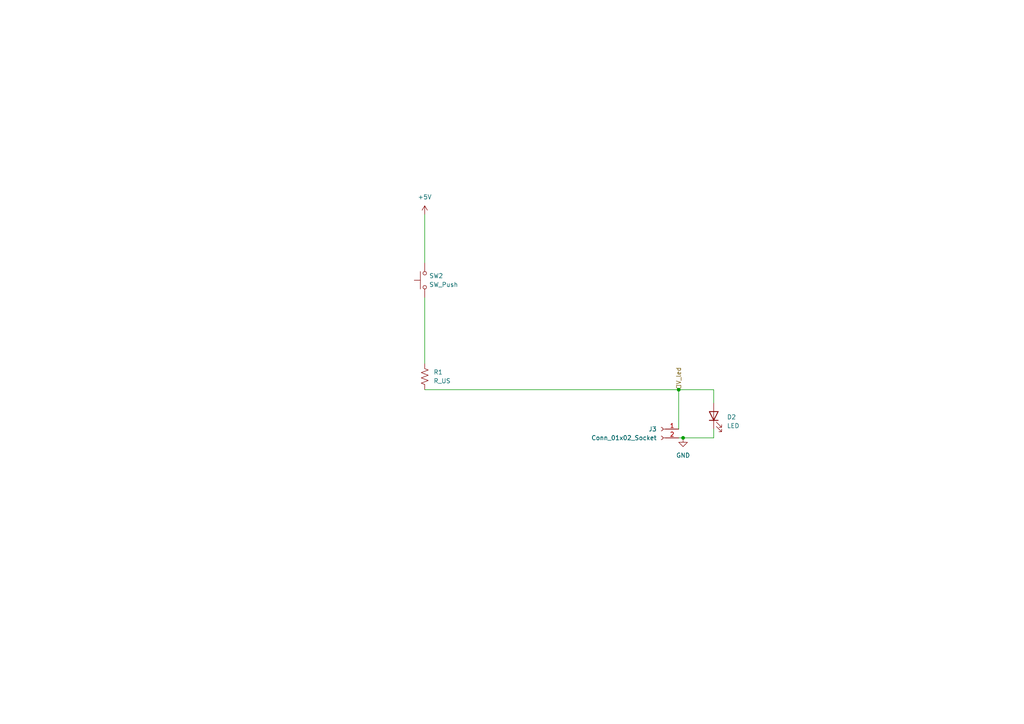
<source format=kicad_sch>
(kicad_sch (version 20230121) (generator eeschema)
  (paper "A4")
  (lib_symbols
    (symbol "Connector:Conn_01x02_Socket" (pin_names (offset 1.016) hide)
      (property "Reference" "J" (at 0 2.54 0))
      (property "Value" "Conn_01x02_Socket" (at 0 -5.08 0))
      (symbol "Conn_01x02_Socket_1_1"
        (arc (start 0 -2.032) (mid -0.5058 -2.54) (end 0 -3.048) (stroke (width 0.1524)))
        (polyline (pts (xy -1.27 -2.54) (xy -0.508 -2.54)) (stroke (width 0.1524)))
        (polyline (pts (xy -1.27 0) (xy -0.508 0)) (stroke (width 0.1524)))
        (arc (start 0 0.508) (mid -0.5058 0) (end 0 -0.508) (stroke (width 0.1524)))
        (pin passive line (at -5.08 0 0) (length 3.81) (name "Pin_1") (number "1"))
        (pin passive line (at -5.08 -2.54 0) (length 3.81) (name "Pin_2") (number "2"))
      )
    )
    (symbol "Device:LED" (pin_numbers hide) (pin_names (offset 1.016) hide)
      (property "Reference" "D" (at 0 2.54 0))
      (property "Value" "LED" (at 0 -2.54 0))
      (symbol "LED_0_1"
        (polyline (pts (xy -1.27 -1.27) (xy -1.27 1.27)) (stroke (width 0.254)))
        (polyline (pts (xy -1.27 0) (xy 1.27 0)))
        (polyline (pts (xy 1.27 -1.27) (xy 1.27 1.27) (xy -1.27 0) (xy 1.27 -1.27)) (stroke (width 0.254)))
        (polyline (pts (xy -3.048 -0.762) (xy -4.572 -2.286) (xy -3.81 -2.286) (xy -4.572 -2.286) (xy -4.572 -1.524)))
        (polyline (pts (xy -1.778 -0.762) (xy -3.302 -2.286) (xy -2.54 -2.286) (xy -3.302 -2.286) (xy -3.302 -1.524)))
      )
      (symbol "LED_1_1"
        (pin passive line (at -3.81 0 0) (length 2.54) (name "K") (number "1"))
        (pin passive line (at 3.81 0 180) (length 2.54) (name "A") (number "2"))
      )
    )
    (symbol "Device:R_US" (pin_numbers hide) (pin_names (offset 0))
      (property "Reference" "R" (at 2.54 0 90))
      (property "Value" "R_US" (at -2.54 0 90))
      (symbol "R_US_0_1"
        (polyline (pts (xy 0 -2.286) (xy 0 -2.54)))
        (polyline (pts (xy 0 2.286) (xy 0 2.54)))
        (polyline (pts (xy 0 -0.762) (xy 1.016 -1.143) (xy 0 -1.524) (xy -1.016 -1.905) (xy 0 -2.286)))
        (polyline (pts (xy 0 0.762) (xy 1.016 0.381) (xy 0 0) (xy -1.016 -0.381) (xy 0 -0.762)))
        (polyline (pts (xy 0 2.286) (xy 1.016 1.905) (xy 0 1.524) (xy -1.016 1.143) (xy 0 0.762)))
      )
      (symbol "R_US_1_1"
        (pin passive line (at 0 3.81 270) (length 1.27) (name "~") (number "1"))
        (pin passive line (at 0 -3.81 90) (length 1.27) (name "~") (number "2"))
      )
    )
    (symbol "Switch:SW_Push" (pin_numbers hide) (pin_names (offset 1.016) hide)
      (property "Reference" "SW" (at 1.27 2.54 0))
      (property "Value" "SW_Push" (at 0 -1.524 0))
      (symbol "SW_Push_0_1"
        (circle (center -2.032 0) (radius 0.508))
        (polyline (pts (xy 0 1.27) (xy 0 3.048)))
        (polyline (pts (xy 2.54 1.27) (xy -2.54 1.27)))
        (circle (center 2.032 0) (radius 0.508))
        (pin passive line (at -5.08 0 0) (length 2.54) (name "1") (number "1"))
        (pin passive line (at 5.08 0 180) (length 2.54) (name "2") (number "2"))
      )
    )
    (symbol "power:+5V" (power) (pin_names (offset 0))
      (property "Value" "+5V" (at 0 3.556 0))
      (symbol "+5V_0_1"
        (polyline (pts (xy -0.762 1.27) (xy 0 2.54)))
        (polyline (pts (xy 0 0) (xy 0 2.54)))
        (polyline (pts (xy 0 2.54) (xy 0.762 1.27)))
      )
      (symbol "+5V_1_1"
        (pin power_in line (at 0 0 90) (length 0) hide (name "+5V") (number "1"))
      )
    )
    (symbol "power:GND" (power) (pin_names (offset 0))
      (property "Value" "GND" (at 0 -3.81 0))
      (symbol "GND_0_1"
        (polyline (pts (xy 0 0) (xy 0 -1.27) (xy 1.27 -1.27) (xy 0 -2.54) (xy -1.27 -1.27) (xy 0 -1.27)))
      )
      (symbol "GND_1_1"
        (pin power_in line (at 0 0 270) (length 0) hide (name "GND") (number "1"))
      )
    )
  )
  (junction (at 196.85 113.03))
  (junction (at 198.12 127))
  (wire (pts (xy 123.19 113.03) (xy 196.85 113.03)))
  (wire (pts (xy 196.85 124.46) (xy 196.85 113.03)))
  (wire (pts (xy 123.19 62.23) (xy 123.19 76.2)))
  (wire (pts (xy 207.01 113.03) (xy 207.01 116.84)))
  (wire (pts (xy 123.19 86.36) (xy 123.19 105.41)))
  (wire (pts (xy 198.12 127) (xy 196.85 127)))
  (wire (pts (xy 196.85 113.03) (xy 207.01 113.03)))
  (wire (pts (xy 207.01 124.46) (xy 207.01 127)))
  (wire (pts (xy 207.01 127) (xy 198.12 127)))
  (hierarchical_label "V_led" (shape input) (at 196.85 113.03 90))
  (symbol (lib_id "power:GND") (at 198.12 127 0) (unit 1)
    (property "Reference" "#PWR07" (effects hide))
    (property "Value" "GND" (at 198.12 132.08 0))
  )
  (symbol (lib_id "Connector:Conn_01x02_Socket") (at 191.77 124.46 0) (mirror y) (unit 1)
    (property "Reference" "J3" (at 190.5 124.46 0) (effects (justify left)))
    (property "Value" "Conn_01x02_Socket" (at 190.5 127 0) (effects (justify left)))
  )
  (symbol (lib_id "power:+5V") (at 123.19 62.23 0) (unit 1)
    (property "Reference" "#PWR06" (effects hide))
    (property "Value" "+5V" (at 123.19 57.15 0))
  )
  (symbol (lib_id "Device:LED") (at 207.01 120.65 90) (unit 1)
    (property "Reference" "D2" (at 210.82 120.9675 90) (effects (justify right)))
    (property "Value" "LED" (at 210.82 123.5075 90) (effects (justify right)))
  )
  (symbol (lib_id "Switch:SW_Push") (at 123.19 81.28 90) (unit 1)
    (property "Reference" "SW2" (at 124.46 80.01 90) (effects (justify right)))
    (property "Value" "SW_Push" (at 124.46 82.55 90) (effects (justify right)))
  )
  (symbol (lib_id "Device:R_US") (at 123.19 109.22 0) (unit 1)
    (property "Reference" "R1" (at 125.73 107.95 0) (effects (justify left)))
    (property "Value" "R_US" (at 125.73 110.49 0) (effects (justify left)))
  )
)
</source>
